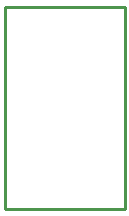
<source format=gbr>
G04 start of page 4 for group 2 idx 2 *
G04 Title: (unknown), outline *
G04 Creator: pcb 20110918 *
G04 CreationDate: Fri 24 Jul 2015 06:42:43 PM GMT UTC *
G04 For: ndholmes *
G04 Format: Gerber/RS-274X *
G04 PCB-Dimensions: 40000 67500 *
G04 PCB-Coordinate-Origin: lower left *
%MOIN*%
%FSLAX25Y25*%
%LNOUTLINE*%
%ADD28C,0.0100*%
G54D28*X0Y67500D02*X40000D01*
X0Y0D02*X40000D01*
Y67500D01*
X0D02*Y0D01*
M02*

</source>
